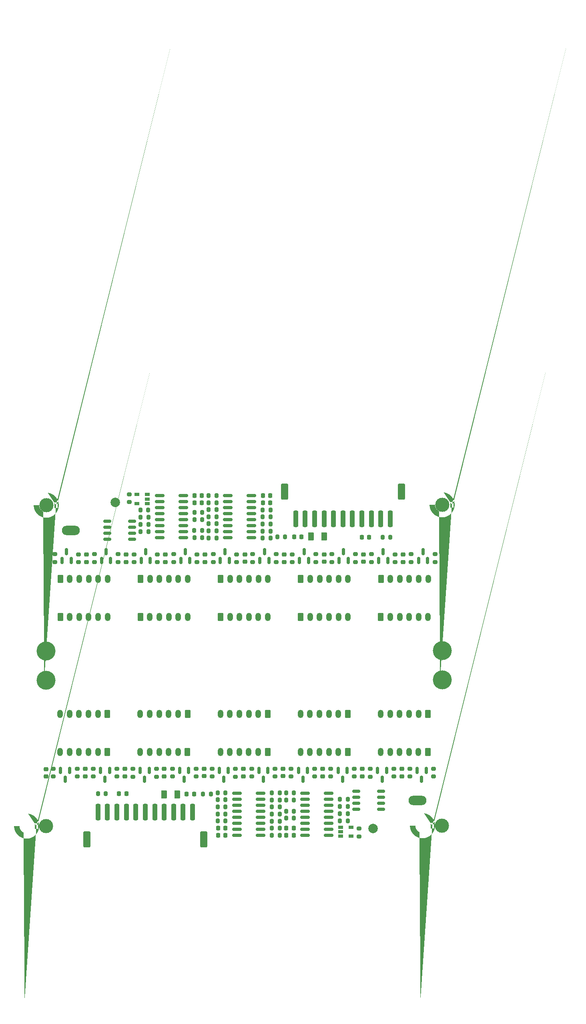
<source format=gts>
%TF.GenerationSoftware,KiCad,Pcbnew,(6.0.0-rc1-392-g84e0feeee6)*%
%TF.CreationDate,2022-07-25T10:34:59+07:00*%
%TF.ProjectId,Ambino Fan HUB CH552G_Panellize,416d6269-6e6f-4204-9661-6e2048554220,rev?*%
%TF.SameCoordinates,Original*%
%TF.FileFunction,Soldermask,Top*%
%TF.FilePolarity,Negative*%
%FSLAX46Y46*%
G04 Gerber Fmt 4.6, Leading zero omitted, Abs format (unit mm)*
G04 Created by KiCad (PCBNEW (6.0.0-rc1-392-g84e0feeee6)) date 2022-07-25 10:34:59*
%MOMM*%
%LPD*%
G01*
G04 APERTURE LIST*
G04 Aperture macros list*
%AMRoundRect*
0 Rectangle with rounded corners*
0 $1 Rounding radius*
0 $2 $3 $4 $5 $6 $7 $8 $9 X,Y pos of 4 corners*
0 Add a 4 corners polygon primitive as box body*
4,1,4,$2,$3,$4,$5,$6,$7,$8,$9,$2,$3,0*
0 Add four circle primitives for the rounded corners*
1,1,$1+$1,$2,$3*
1,1,$1+$1,$4,$5*
1,1,$1+$1,$6,$7*
1,1,$1+$1,$8,$9*
0 Add four rect primitives between the rounded corners*
20,1,$1+$1,$2,$3,$4,$5,0*
20,1,$1+$1,$4,$5,$6,$7,0*
20,1,$1+$1,$6,$7,$8,$9,0*
20,1,$1+$1,$8,$9,$2,$3,0*%
%AMFreePoly0*
4,1,96,-1.742867,2.629104,-1.429420,2.570161,-1.125325,2.473988,-0.834986,2.341979,-0.562609,2.176045,-0.312140,1.978591,-0.087206,1.752476,0.108934,1.500977,0.273439,1.227734,0.403927,0.936708,0.498506,0.632114,0.555807,0.318363,0.575000,0.000000,0.574419,-0.055497,0.548563,-0.373388,0.484703,-0.685870,0.383766,-0.988418,0.247213,-1.276647,0.077021,-1.546384,-0.124343,-1.793721,
-0.353963,-2.015076,-0.608512,-2.207241,-0.884305,-2.367434,-1.177345,-2.493334,-1.483387,-2.583117,-1.798000,-2.635483,-2.116624,-2.649673,-2.434646,-2.625482,-2.747459,-2.563260,-3.050530,-2.463908,-3.339471,-2.328865,-3.610095,-2.160089,-3.858483,-1.960022,-4.081037,-1.731565,-4.274533,-1.478025,-4.436167,-1.203075,-4.563600,-0.910698,-4.654984,-0.605130,-4.708997,-0.290796,-4.724855,0.027750,
-4.724216,0.036774,-3.579692,0.036774,-3.565493,-0.209475,-3.511266,-0.450099,-3.418468,-0.678634,-3.289589,-0.888945,-3.128092,-1.075382,-2.938313,-1.232939,-2.725350,-1.357385,-2.494921,-1.445377,-2.253215,-1.494553,-2.006722,-1.503592,-1.762064,-1.472250,-1.525809,-1.401370,-1.304303,-1.292856,-1.103495,-1.149621,-0.928777,-0.975512,-0.784842,-0.775205,-0.675555,-0.554079,-0.603851,-0.318074,
-0.571656,-0.073526,-0.569859,0.000000,-0.590070,0.245829,-0.650159,0.485055,-0.748514,0.711256,-0.882492,0.918355,-1.048496,1.100790,-1.242068,1.253664,-1.458008,1.372869,-1.690518,1.455206,-1.933354,1.498461,-2.179993,1.501475,-2.423813,1.464165,-2.658266,1.387534,-2.877054,1.273640,-3.074303,1.125542,-3.244714,0.947216,-3.383712,0.743452,-3.487564,0.519722,-3.553481,0.282035,
-3.579692,0.036774,-4.724216,0.036774,-4.702329,0.345894,-4.641745,0.659028,-4.543982,0.962616,-4.410454,1.252260,-4.243097,1.523764,-4.044334,1.773196,-3.817044,1.996943,-3.564521,2.191764,-3.290421,2.354836,-2.998716,2.483797,-2.693630,2.576780,-2.379583,2.632438,-2.061125,2.649964,-1.742867,2.629104,-1.742867,2.629104,$1*%
G04 Aperture macros list end*
%ADD10RoundRect,0.200000X-0.275000X0.200000X-0.275000X-0.200000X0.275000X-0.200000X0.275000X0.200000X0*%
%ADD11RoundRect,0.200000X-0.200000X-0.275000X0.200000X-0.275000X0.200000X0.275000X-0.200000X0.275000X0*%
%ADD12RoundRect,0.150000X-0.150000X0.587500X-0.150000X-0.587500X0.150000X-0.587500X0.150000X0.587500X0*%
%ADD13RoundRect,0.200000X0.275000X-0.200000X0.275000X0.200000X-0.275000X0.200000X-0.275000X-0.200000X0*%
%ADD14RoundRect,0.200000X0.200000X0.275000X-0.200000X0.275000X-0.200000X-0.275000X0.200000X-0.275000X0*%
%ADD15RoundRect,0.150000X0.850000X0.150000X-0.850000X0.150000X-0.850000X-0.150000X0.850000X-0.150000X0*%
%ADD16R,1.060000X0.650000*%
%ADD17C,2.000000*%
%ADD18RoundRect,0.225000X0.225000X0.250000X-0.225000X0.250000X-0.225000X-0.250000X0.225000X-0.250000X0*%
%ADD19O,3.800000X2.000000*%
%ADD20RoundRect,0.218750X-0.256250X0.218750X-0.256250X-0.218750X0.256250X-0.218750X0.256250X0.218750X0*%
%ADD21RoundRect,0.218750X0.218750X0.256250X-0.218750X0.256250X-0.218750X-0.256250X0.218750X-0.256250X0*%
%ADD22RoundRect,0.218750X-0.218750X-0.256250X0.218750X-0.256250X0.218750X0.256250X-0.218750X0.256250X0*%
%ADD23RoundRect,0.150000X-0.675000X-0.150000X0.675000X-0.150000X0.675000X0.150000X-0.675000X0.150000X0*%
%ADD24RoundRect,0.250000X-0.375000X-0.625000X0.375000X-0.625000X0.375000X0.625000X-0.375000X0.625000X0*%
%ADD25C,4.000000*%
%ADD26C,3.000000*%
%ADD27FreePoly0,180.000000*%
%ADD28RoundRect,0.250000X0.350000X0.625000X-0.350000X0.625000X-0.350000X-0.625000X0.350000X-0.625000X0*%
%ADD29O,1.200000X1.750000*%
%ADD30RoundRect,0.250000X-0.250000X-1.500000X0.250000X-1.500000X0.250000X1.500000X-0.250000X1.500000X0*%
%ADD31RoundRect,0.250001X-0.499999X-1.449999X0.499999X-1.449999X0.499999X1.449999X-0.499999X1.449999X0*%
%ADD32RoundRect,0.250000X-0.350000X-0.625000X0.350000X-0.625000X0.350000X0.625000X-0.350000X0.625000X0*%
%ADD33FreePoly0,0.000000*%
%ADD34RoundRect,0.250000X0.375000X0.625000X-0.375000X0.625000X-0.375000X-0.625000X0.375000X-0.625000X0*%
%ADD35RoundRect,0.225000X-0.225000X-0.250000X0.225000X-0.250000X0.225000X0.250000X-0.225000X0.250000X0*%
%ADD36RoundRect,0.150000X0.675000X0.150000X-0.675000X0.150000X-0.675000X-0.150000X0.675000X-0.150000X0*%
%ADD37RoundRect,0.250000X0.250000X1.500000X-0.250000X1.500000X-0.250000X-1.500000X0.250000X-1.500000X0*%
%ADD38RoundRect,0.250001X0.499999X1.449999X-0.499999X1.449999X-0.499999X-1.449999X0.499999X-1.449999X0*%
%ADD39RoundRect,0.218750X0.256250X-0.218750X0.256250X0.218750X-0.256250X0.218750X-0.256250X-0.218750X0*%
%ADD40RoundRect,0.150000X0.150000X-0.587500X0.150000X0.587500X-0.150000X0.587500X-0.150000X-0.587500X0*%
%ADD41RoundRect,0.150000X-0.850000X-0.150000X0.850000X-0.150000X0.850000X0.150000X-0.850000X0.150000X0*%
G04 APERTURE END LIST*
D10*
%TO.C,R12*%
X121651200Y-105341017D03*
X121651200Y-106991017D03*
%TD*%
D11*
%TO.C,R40*%
X154036193Y-110446017D03*
X155686193Y-110446017D03*
%TD*%
D12*
%TO.C,Q9*%
X150196197Y-105638517D03*
X148296197Y-105638517D03*
X149246197Y-107513517D03*
%TD*%
D13*
%TO.C,R5*%
X176841194Y-106981017D03*
X176841194Y-105331017D03*
%TD*%
D12*
%TO.C,Q3*%
X175301194Y-105638517D03*
X173401194Y-105638517D03*
X174351194Y-107513517D03*
%TD*%
D10*
%TO.C,R26*%
X169451193Y-117991017D03*
X169451193Y-119641017D03*
%TD*%
%TO.C,R7*%
X171851194Y-105341017D03*
X171851194Y-106991017D03*
%TD*%
%TO.C,R14*%
X118246201Y-105331017D03*
X118246201Y-106981017D03*
%TD*%
D11*
%TO.C,R39*%
X165446193Y-116316017D03*
X167096193Y-116316017D03*
%TD*%
%TO.C,R21*%
X154036193Y-115786017D03*
X155686193Y-115786017D03*
%TD*%
%TO.C,R24*%
X139581193Y-114868518D03*
X141231193Y-114868518D03*
%TD*%
%TO.C,R22*%
X154026193Y-114296017D03*
X155676193Y-114296017D03*
%TD*%
D14*
%TO.C,R25*%
X167076193Y-114810017D03*
X165426193Y-114810017D03*
%TD*%
D10*
%TO.C,R20*%
X104761193Y-105331017D03*
X104761193Y-106981017D03*
%TD*%
D12*
%TO.C,Q1*%
X183661193Y-105638517D03*
X181761193Y-105638517D03*
X182711193Y-107513517D03*
%TD*%
D10*
%TO.C,R16*%
X113266201Y-105311017D03*
X113266201Y-106961017D03*
%TD*%
%TO.C,R8*%
X130001199Y-105326017D03*
X130001199Y-106976017D03*
%TD*%
%TO.C,R3*%
X180201193Y-105301017D03*
X180201193Y-106951017D03*
%TD*%
%TO.C,R17*%
X151716197Y-105321017D03*
X151716197Y-106971017D03*
%TD*%
D11*
%TO.C,R23*%
X139581193Y-116364351D03*
X141231193Y-116364351D03*
%TD*%
D10*
%TO.C,R11*%
X163496195Y-105318517D03*
X163496195Y-106968517D03*
%TD*%
%TO.C,R19*%
X146756197Y-105311017D03*
X146756197Y-106961017D03*
%TD*%
D13*
%TO.C,R1*%
X185231193Y-106971017D03*
X185231193Y-105321017D03*
%TD*%
D11*
%TO.C,R41*%
X154046193Y-111976017D03*
X155696193Y-111976017D03*
%TD*%
D12*
%TO.C,Q5*%
X166936195Y-105638517D03*
X165036195Y-105638517D03*
X165986195Y-107513517D03*
%TD*%
D10*
%TO.C,R10*%
X126601200Y-105341017D03*
X126601200Y-106991017D03*
%TD*%
%TO.C,R13*%
X160091196Y-105321017D03*
X160091196Y-106971017D03*
%TD*%
%TO.C,R4*%
X138381198Y-105321017D03*
X138381198Y-106971017D03*
%TD*%
D15*
%TO.C,U3*%
X148661193Y-119351017D03*
X148661193Y-118081017D03*
X148661193Y-116811017D03*
X148661193Y-115541017D03*
X148661193Y-114271017D03*
X148661193Y-113001017D03*
X148661193Y-111731017D03*
X148661193Y-110461017D03*
X143661193Y-110461017D03*
X143661193Y-111731017D03*
X143661193Y-113001017D03*
X143661193Y-114271017D03*
X143661193Y-115541017D03*
X143661193Y-116811017D03*
X143661193Y-118081017D03*
X143661193Y-119351017D03*
%TD*%
D12*
%TO.C,Q7*%
X158551196Y-105638517D03*
X156651196Y-105638517D03*
X157601196Y-107513517D03*
%TD*%
D16*
%TO.C,U1*%
X165611193Y-117696017D03*
X165611193Y-118646017D03*
X165611193Y-119596017D03*
X167811193Y-119596017D03*
X167811193Y-117696017D03*
%TD*%
D10*
%TO.C,R6*%
X134991199Y-105311017D03*
X134991199Y-106961017D03*
%TD*%
D17*
%TO.C,PWM_Out*%
X172411193Y-117976017D03*
%TD*%
D12*
%TO.C,Q6*%
X125071200Y-105638517D03*
X123171200Y-105638517D03*
X124121200Y-107513517D03*
%TD*%
%TO.C,Q8*%
X116696201Y-105638517D03*
X114796201Y-105638517D03*
X115746201Y-107513517D03*
%TD*%
D18*
%TO.C,C2*%
X155646193Y-119356017D03*
X154096193Y-119356017D03*
%TD*%
D10*
%TO.C,R18*%
X109861202Y-105331017D03*
X109861202Y-106981017D03*
%TD*%
D12*
%TO.C,Q10*%
X108241193Y-105648517D03*
X106341193Y-105648517D03*
X107291193Y-107523517D03*
%TD*%
D18*
%TO.C,C4*%
X141181193Y-117860184D03*
X139631193Y-117860184D03*
%TD*%
D15*
%TO.C,U2*%
X163041193Y-119381017D03*
X163041193Y-118111017D03*
X163041193Y-116841017D03*
X163041193Y-115571017D03*
X163041193Y-114301017D03*
X163041193Y-113031017D03*
X163041193Y-111761017D03*
X163041193Y-110491017D03*
X158041193Y-110491017D03*
X158041193Y-111761017D03*
X158041193Y-113031017D03*
X158041193Y-114301017D03*
X158041193Y-115571017D03*
X158041193Y-116841017D03*
X158041193Y-118111017D03*
X158041193Y-119381017D03*
%TD*%
D19*
%TO.C,FAN_GND*%
X181801193Y-112016017D03*
%TD*%
D10*
%TO.C,R15*%
X155121196Y-105311017D03*
X155121196Y-106961017D03*
%TD*%
%TO.C,R2*%
X143351198Y-105361017D03*
X143351198Y-107011017D03*
%TD*%
%TO.C,R9*%
X168456195Y-105318517D03*
X168456195Y-106968517D03*
%TD*%
D14*
%TO.C,R27*%
X167076193Y-111746017D03*
X165426193Y-111746017D03*
%TD*%
D11*
%TO.C,R35*%
X151026193Y-119376017D03*
X152676193Y-119376017D03*
%TD*%
D20*
%TO.C,F8*%
X161801193Y-105338517D03*
X161801193Y-106913517D03*
%TD*%
D11*
%TO.C,R43*%
X136486193Y-110656017D03*
X138136193Y-110656017D03*
%TD*%
D14*
%TO.C,R29*%
X141231193Y-113372685D03*
X139581193Y-113372685D03*
%TD*%
D20*
%TO.C,F6*%
X170111193Y-105338517D03*
X170111193Y-106913517D03*
%TD*%
D11*
%TO.C,R33*%
X151026193Y-110436017D03*
X152676193Y-110436017D03*
%TD*%
D21*
%TO.C,D2*%
X134598693Y-110676017D03*
X133023693Y-110676017D03*
%TD*%
D11*
%TO.C,R31*%
X151026193Y-117886017D03*
X152676193Y-117886017D03*
%TD*%
D22*
%TO.C,D1*%
X118703693Y-110596017D03*
X120278693Y-110596017D03*
%TD*%
D11*
%TO.C,R37*%
X151026193Y-111926017D03*
X152676193Y-111926017D03*
%TD*%
D20*
%TO.C,F2*%
X103241193Y-105378517D03*
X103241193Y-106953517D03*
%TD*%
D12*
%TO.C,Q4*%
X133441199Y-105638517D03*
X131541199Y-105638517D03*
X132491199Y-107513517D03*
%TD*%
D11*
%TO.C,R38*%
X151026193Y-113416017D03*
X152676193Y-113416017D03*
%TD*%
D12*
%TO.C,Q2*%
X141821198Y-105638517D03*
X139921198Y-105638517D03*
X140871198Y-107513517D03*
%TD*%
D11*
%TO.C,R34*%
X151026193Y-114906017D03*
X152676193Y-114906017D03*
%TD*%
D20*
%TO.C,F11*%
X111561193Y-105348517D03*
X111561193Y-106923517D03*
%TD*%
%TO.C,F7*%
X178501193Y-105328517D03*
X178501193Y-106903517D03*
%TD*%
D14*
%TO.C,R32*%
X141231193Y-111876852D03*
X139581193Y-111876852D03*
%TD*%
%TO.C,R36*%
X141231193Y-110381019D03*
X139581193Y-110381019D03*
%TD*%
%TO.C,R42*%
X115891193Y-110596017D03*
X114241193Y-110596017D03*
%TD*%
D11*
%TO.C,R30*%
X151026193Y-116396017D03*
X152676193Y-116396017D03*
%TD*%
D18*
%TO.C,C1*%
X141181193Y-119356017D03*
X139631193Y-119356017D03*
%TD*%
D23*
%TO.C,Q11*%
X168856193Y-113918061D03*
X168856193Y-111378061D03*
X168856193Y-110108061D03*
X168856193Y-112648061D03*
X174106193Y-112648061D03*
X174106193Y-111378061D03*
X174106193Y-110108061D03*
X174106193Y-113918061D03*
%TD*%
D18*
%TO.C,C3*%
X155646193Y-117846017D03*
X154096193Y-117846017D03*
%TD*%
D24*
%TO.C,F1*%
X128231193Y-110716017D03*
X131031193Y-110716017D03*
%TD*%
D25*
%TO.C,H8*%
X187081193Y-86551017D03*
%TD*%
D26*
%TO.C,H7*%
X187006193Y-117376017D03*
D27*
X184931193Y-117376017D03*
%TD*%
D26*
%TO.C,H6*%
X103281193Y-117401017D03*
D27*
X101206193Y-117401017D03*
%TD*%
D25*
%TO.C,H5*%
X103256193Y-86626017D03*
%TD*%
D28*
%TO.C,J6*%
X184051193Y-93746017D03*
D29*
X182051193Y-93746017D03*
X180051193Y-93746017D03*
X178051193Y-93746017D03*
X176051193Y-93746017D03*
X174051193Y-93746017D03*
%TD*%
D28*
%TO.C,J11*%
X116241193Y-101746017D03*
D29*
X114241193Y-101746017D03*
X112241193Y-101746017D03*
X110241193Y-101746017D03*
X108241193Y-101746017D03*
X106241193Y-101746017D03*
%TD*%
D28*
%TO.C,J10*%
X133191193Y-101746017D03*
D29*
X131191193Y-101746017D03*
X129191193Y-101746017D03*
X127191193Y-101746017D03*
X125191193Y-101746017D03*
X123191193Y-101746017D03*
%TD*%
D28*
%TO.C,J9*%
X150141193Y-101746017D03*
D29*
X148141193Y-101746017D03*
X146141193Y-101746017D03*
X144141193Y-101746017D03*
X142141193Y-101746017D03*
X140141193Y-101746017D03*
%TD*%
D28*
%TO.C,J8*%
X167091193Y-101746017D03*
D29*
X165091193Y-101746017D03*
X163091193Y-101746017D03*
X161091193Y-101746017D03*
X159091193Y-101746017D03*
X157091193Y-101746017D03*
%TD*%
D28*
%TO.C,J7*%
X184041193Y-101746017D03*
D29*
X182041193Y-101746017D03*
X180041193Y-101746017D03*
X178041193Y-101746017D03*
X176041193Y-101746017D03*
X174041193Y-101746017D03*
%TD*%
D28*
%TO.C,J5*%
X167101193Y-93746017D03*
D29*
X165101193Y-93746017D03*
X163101193Y-93746017D03*
X161101193Y-93746017D03*
X159101193Y-93746017D03*
X157101193Y-93746017D03*
%TD*%
D28*
%TO.C,J4*%
X150151193Y-93746017D03*
D29*
X148151193Y-93746017D03*
X146151193Y-93746017D03*
X144151193Y-93746017D03*
X142151193Y-93746017D03*
X140151193Y-93746017D03*
%TD*%
D28*
%TO.C,J3*%
X133201193Y-93746017D03*
D29*
X131201193Y-93746017D03*
X129201193Y-93746017D03*
X127201193Y-93746017D03*
X125201193Y-93746017D03*
X123201193Y-93746017D03*
%TD*%
D28*
%TO.C,J2*%
X116251193Y-93746017D03*
D29*
X114251193Y-93746017D03*
X112251193Y-93746017D03*
X110251193Y-93746017D03*
X108251193Y-93746017D03*
X106251193Y-93746017D03*
%TD*%
D20*
%TO.C,F10*%
X128261193Y-105366017D03*
X128261193Y-106941017D03*
%TD*%
%TO.C,F3*%
X119951193Y-105368517D03*
X119951193Y-106943517D03*
%TD*%
D11*
%TO.C,R28*%
X165426193Y-113278017D03*
X167076193Y-113278017D03*
%TD*%
D20*
%TO.C,F4*%
X136681193Y-105318517D03*
X136681193Y-106893517D03*
%TD*%
%TO.C,F5*%
X153411193Y-105318517D03*
X153411193Y-106893517D03*
%TD*%
D30*
%TO.C,J1*%
X114261193Y-114486017D03*
X116261193Y-114486017D03*
X118261193Y-114486017D03*
X120261193Y-114486017D03*
X122261193Y-114486017D03*
X124261193Y-114486017D03*
X126261193Y-114486017D03*
X128261193Y-114486017D03*
X130261193Y-114486017D03*
X132261193Y-114486017D03*
X134261193Y-114486017D03*
D31*
X136611193Y-120236017D03*
X111911193Y-120236017D03*
%TD*%
D20*
%TO.C,F9*%
X145021193Y-105366017D03*
X145021193Y-106941017D03*
%TD*%
D32*
%TO.C,J2*%
X174080000Y-73220000D03*
D29*
X176080000Y-73220000D03*
X178080000Y-73220000D03*
X180080000Y-73220000D03*
X182080000Y-73220000D03*
X184080000Y-73220000D03*
%TD*%
D32*
%TO.C,J3*%
X157130000Y-73220000D03*
D29*
X159130000Y-73220000D03*
X161130000Y-73220000D03*
X163130000Y-73220000D03*
X165130000Y-73220000D03*
X167130000Y-73220000D03*
%TD*%
D32*
%TO.C,J4*%
X140180000Y-73220000D03*
D29*
X142180000Y-73220000D03*
X144180000Y-73220000D03*
X146180000Y-73220000D03*
X148180000Y-73220000D03*
X150180000Y-73220000D03*
%TD*%
D32*
%TO.C,J5*%
X123230000Y-73220000D03*
D29*
X125230000Y-73220000D03*
X127230000Y-73220000D03*
X129230000Y-73220000D03*
X131230000Y-73220000D03*
X133230000Y-73220000D03*
%TD*%
D32*
%TO.C,J6*%
X106280000Y-73220000D03*
D29*
X108280000Y-73220000D03*
X110280000Y-73220000D03*
X112280000Y-73220000D03*
X114280000Y-73220000D03*
X116280000Y-73220000D03*
%TD*%
D32*
%TO.C,J7*%
X106290000Y-65220000D03*
D29*
X108290000Y-65220000D03*
X110290000Y-65220000D03*
X112290000Y-65220000D03*
X114290000Y-65220000D03*
X116290000Y-65220000D03*
%TD*%
D32*
%TO.C,J8*%
X123240000Y-65220000D03*
D29*
X125240000Y-65220000D03*
X127240000Y-65220000D03*
X129240000Y-65220000D03*
X131240000Y-65220000D03*
X133240000Y-65220000D03*
%TD*%
D32*
%TO.C,J9*%
X140190000Y-65220000D03*
D29*
X142190000Y-65220000D03*
X144190000Y-65220000D03*
X146190000Y-65220000D03*
X148190000Y-65220000D03*
X150190000Y-65220000D03*
%TD*%
D32*
%TO.C,J10*%
X157140000Y-65220000D03*
D29*
X159140000Y-65220000D03*
X161140000Y-65220000D03*
X163140000Y-65220000D03*
X165140000Y-65220000D03*
X167140000Y-65220000D03*
%TD*%
D32*
%TO.C,J11*%
X174090000Y-65220000D03*
D29*
X176090000Y-65220000D03*
X178090000Y-65220000D03*
X180090000Y-65220000D03*
X182090000Y-65220000D03*
X184090000Y-65220000D03*
%TD*%
D25*
%TO.C,H5*%
X187075000Y-80340000D03*
%TD*%
D26*
%TO.C,H6*%
X187050000Y-49565000D03*
D33*
X189125000Y-49565000D03*
%TD*%
D26*
%TO.C,H7*%
X103325000Y-49590000D03*
D33*
X105400000Y-49590000D03*
%TD*%
D25*
%TO.C,H8*%
X103250000Y-80415000D03*
%TD*%
D34*
%TO.C,F1*%
X162100000Y-56250000D03*
X159300000Y-56250000D03*
%TD*%
D35*
%TO.C,C3*%
X134685000Y-49120000D03*
X136235000Y-49120000D03*
%TD*%
D36*
%TO.C,Q11*%
X121475000Y-53047956D03*
X121475000Y-55587956D03*
X121475000Y-56857956D03*
X121475000Y-54317956D03*
X116225000Y-54317956D03*
X116225000Y-55587956D03*
X116225000Y-56857956D03*
X116225000Y-53047956D03*
%TD*%
D14*
%TO.C,R28*%
X124905000Y-53688000D03*
X123255000Y-53688000D03*
%TD*%
D37*
%TO.C,J1*%
X176070000Y-52480000D03*
X174070000Y-52480000D03*
X172070000Y-52480000D03*
X170070000Y-52480000D03*
X168070000Y-52480000D03*
X166070000Y-52480000D03*
X164070000Y-52480000D03*
X162070000Y-52480000D03*
X160070000Y-52480000D03*
X158070000Y-52480000D03*
X156070000Y-52480000D03*
D38*
X153720000Y-46730000D03*
X178420000Y-46730000D03*
%TD*%
D39*
%TO.C,F4*%
X153650000Y-61647500D03*
X153650000Y-60072500D03*
%TD*%
%TO.C,F10*%
X162070000Y-61600000D03*
X162070000Y-60025000D03*
%TD*%
%TO.C,F3*%
X170380000Y-61597500D03*
X170380000Y-60022500D03*
%TD*%
%TO.C,F9*%
X145310000Y-61600000D03*
X145310000Y-60025000D03*
%TD*%
%TO.C,F5*%
X136920000Y-61647500D03*
X136920000Y-60072500D03*
%TD*%
%TO.C,F7*%
X111830000Y-61637500D03*
X111830000Y-60062500D03*
%TD*%
%TO.C,F8*%
X128530000Y-61627500D03*
X128530000Y-60052500D03*
%TD*%
%TO.C,F11*%
X178770000Y-61617500D03*
X178770000Y-60042500D03*
%TD*%
%TO.C,F2*%
X187090000Y-61587500D03*
X187090000Y-60012500D03*
%TD*%
%TO.C,F6*%
X120220000Y-61627500D03*
X120220000Y-60052500D03*
%TD*%
D14*
%TO.C,R31*%
X139305000Y-49080000D03*
X137655000Y-49080000D03*
%TD*%
D11*
%TO.C,R29*%
X149100000Y-53593332D03*
X150750000Y-53593332D03*
%TD*%
D14*
%TO.C,R33*%
X139305000Y-56530000D03*
X137655000Y-56530000D03*
%TD*%
%TO.C,R35*%
X139305000Y-47590000D03*
X137655000Y-47590000D03*
%TD*%
%TO.C,R37*%
X139305000Y-55040000D03*
X137655000Y-55040000D03*
%TD*%
D21*
%TO.C,D1*%
X171627500Y-56370000D03*
X170052500Y-56370000D03*
%TD*%
D22*
%TO.C,D2*%
X155732500Y-56290000D03*
X157307500Y-56290000D03*
%TD*%
D14*
%TO.C,R43*%
X153845000Y-56310000D03*
X152195000Y-56310000D03*
%TD*%
D35*
%TO.C,C1*%
X149150000Y-47610000D03*
X150700000Y-47610000D03*
%TD*%
D11*
%TO.C,R42*%
X174440000Y-56370000D03*
X176090000Y-56370000D03*
%TD*%
D14*
%TO.C,R30*%
X139305000Y-50570000D03*
X137655000Y-50570000D03*
%TD*%
D11*
%TO.C,R36*%
X149100000Y-56584998D03*
X150750000Y-56584998D03*
%TD*%
D14*
%TO.C,R38*%
X139305000Y-53550000D03*
X137655000Y-53550000D03*
%TD*%
D11*
%TO.C,R32*%
X149100000Y-55089165D03*
X150750000Y-55089165D03*
%TD*%
D14*
%TO.C,R34*%
X139305000Y-52060000D03*
X137655000Y-52060000D03*
%TD*%
D40*
%TO.C,Q2*%
X148509995Y-61327500D03*
X150409995Y-61327500D03*
X149459995Y-59452500D03*
%TD*%
%TO.C,Q4*%
X156889994Y-61327500D03*
X158789994Y-61327500D03*
X157839994Y-59452500D03*
%TD*%
D11*
%TO.C,R27*%
X123255000Y-55220000D03*
X124905000Y-55220000D03*
%TD*%
D40*
%TO.C,Q5*%
X123394998Y-61327500D03*
X125294998Y-61327500D03*
X124344998Y-59452500D03*
%TD*%
D17*
%TO.C,PWM_Out*%
X117920000Y-48990000D03*
%TD*%
D13*
%TO.C,R6*%
X155339994Y-61655000D03*
X155339994Y-60005000D03*
%TD*%
%TO.C,R2*%
X146979995Y-61605000D03*
X146979995Y-59955000D03*
%TD*%
%TO.C,R13*%
X130239997Y-61645000D03*
X130239997Y-59995000D03*
%TD*%
%TO.C,R10*%
X163729993Y-61625000D03*
X163729993Y-59975000D03*
%TD*%
%TO.C,R9*%
X121874998Y-61647500D03*
X121874998Y-59997500D03*
%TD*%
%TO.C,R15*%
X135209997Y-61655000D03*
X135209997Y-60005000D03*
%TD*%
D14*
%TO.C,R41*%
X136285000Y-54990000D03*
X134635000Y-54990000D03*
%TD*%
D40*
%TO.C,Q10*%
X182090000Y-61317500D03*
X183990000Y-61317500D03*
X183040000Y-59442500D03*
%TD*%
D41*
%TO.C,U3*%
X141670000Y-47615000D03*
X141670000Y-48885000D03*
X141670000Y-50155000D03*
X141670000Y-51425000D03*
X141670000Y-52695000D03*
X141670000Y-53965000D03*
X141670000Y-55235000D03*
X141670000Y-56505000D03*
X146670000Y-56505000D03*
X146670000Y-55235000D03*
X146670000Y-53965000D03*
X146670000Y-52695000D03*
X146670000Y-51425000D03*
X146670000Y-50155000D03*
X146670000Y-48885000D03*
X146670000Y-47615000D03*
%TD*%
%TO.C,U2*%
X127290000Y-47585000D03*
X127290000Y-48855000D03*
X127290000Y-50125000D03*
X127290000Y-51395000D03*
X127290000Y-52665000D03*
X127290000Y-53935000D03*
X127290000Y-55205000D03*
X127290000Y-56475000D03*
X132290000Y-56475000D03*
X132290000Y-55205000D03*
X132290000Y-53935000D03*
X132290000Y-52665000D03*
X132290000Y-51395000D03*
X132290000Y-50125000D03*
X132290000Y-48855000D03*
X132290000Y-47585000D03*
%TD*%
D16*
%TO.C,U1*%
X124720000Y-49270000D03*
X124720000Y-48320000D03*
X124720000Y-47370000D03*
X122520000Y-47370000D03*
X122520000Y-49270000D03*
%TD*%
D40*
%TO.C,Q8*%
X173634992Y-61327500D03*
X175534992Y-61327500D03*
X174584992Y-59452500D03*
%TD*%
D19*
%TO.C,FAN_GND*%
X108530000Y-54950000D03*
%TD*%
D35*
%TO.C,C4*%
X149150000Y-49105833D03*
X150700000Y-49105833D03*
%TD*%
D13*
%TO.C,R18*%
X180469991Y-61635000D03*
X180469991Y-59985000D03*
%TD*%
D35*
%TO.C,C2*%
X134685000Y-47610000D03*
X136235000Y-47610000D03*
%TD*%
D40*
%TO.C,Q6*%
X165259993Y-61327500D03*
X167159993Y-61327500D03*
X166209993Y-59452500D03*
%TD*%
D13*
%TO.C,R4*%
X151949995Y-61645000D03*
X151949995Y-59995000D03*
%TD*%
D40*
%TO.C,Q7*%
X131779997Y-61327500D03*
X133679997Y-61327500D03*
X132729997Y-59452500D03*
%TD*%
D13*
%TO.C,R14*%
X172084992Y-61635000D03*
X172084992Y-59985000D03*
%TD*%
%TO.C,R16*%
X177064992Y-61655000D03*
X177064992Y-60005000D03*
%TD*%
%TO.C,R20*%
X185570000Y-61635000D03*
X185570000Y-59985000D03*
%TD*%
D14*
%TO.C,R24*%
X150750000Y-52097499D03*
X149100000Y-52097499D03*
%TD*%
D40*
%TO.C,Q3*%
X115029999Y-61327500D03*
X116929999Y-61327500D03*
X115979999Y-59452500D03*
%TD*%
%TO.C,Q9*%
X140134996Y-61327500D03*
X142034996Y-61327500D03*
X141084996Y-59452500D03*
%TD*%
D13*
%TO.C,R19*%
X143574996Y-61655000D03*
X143574996Y-60005000D03*
%TD*%
D14*
%TO.C,R40*%
X136295000Y-56520000D03*
X134645000Y-56520000D03*
%TD*%
%TO.C,R21*%
X136295000Y-51180000D03*
X134645000Y-51180000D03*
%TD*%
D11*
%TO.C,R25*%
X123255000Y-52156000D03*
X124905000Y-52156000D03*
%TD*%
D14*
%TO.C,R39*%
X124885000Y-50650000D03*
X123235000Y-50650000D03*
%TD*%
D13*
%TO.C,R11*%
X126834998Y-61647500D03*
X126834998Y-59997500D03*
%TD*%
D10*
%TO.C,R5*%
X113489999Y-59985000D03*
X113489999Y-61635000D03*
%TD*%
D13*
%TO.C,R7*%
X118479999Y-61625000D03*
X118479999Y-59975000D03*
%TD*%
D14*
%TO.C,R22*%
X136305000Y-52670000D03*
X134655000Y-52670000D03*
%TD*%
D40*
%TO.C,Q1*%
X106670000Y-61327500D03*
X108570000Y-61327500D03*
X107620000Y-59452500D03*
%TD*%
D10*
%TO.C,R1*%
X105100000Y-59995000D03*
X105100000Y-61645000D03*
%TD*%
D13*
%TO.C,R26*%
X120880000Y-48975000D03*
X120880000Y-47325000D03*
%TD*%
D14*
%TO.C,R23*%
X150750000Y-50601666D03*
X149100000Y-50601666D03*
%TD*%
D13*
%TO.C,R17*%
X138614996Y-61645000D03*
X138614996Y-59995000D03*
%TD*%
%TO.C,R3*%
X110130000Y-61665000D03*
X110130000Y-60015000D03*
%TD*%
%TO.C,R8*%
X160329994Y-61640000D03*
X160329994Y-59990000D03*
%TD*%
%TO.C,R12*%
X168679993Y-61625000D03*
X168679993Y-59975000D03*
%TD*%
M02*

</source>
